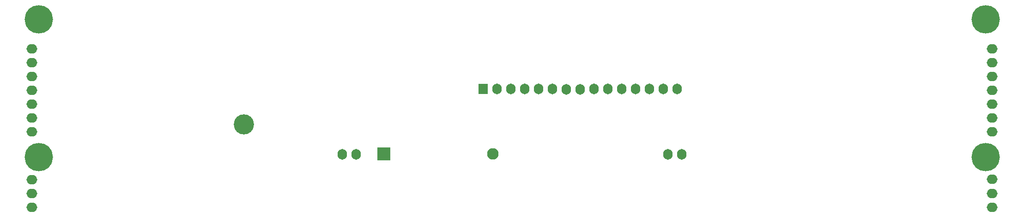
<source format=gbr>
G04 DipTrace 3.1.0.1*
G04 Bottom-Clock-IN12e.BottomMask.gbr*
%MOIN*%
G04 #@! TF.FileFunction,Soldermask,Bot*
G04 #@! TF.Part,Single*
%ADD109C,0.145827*%
%ADD111C,0.204882*%
%ADD119C,0.082835*%
%ADD121R,0.094646X0.094646*%
%ADD123O,0.078031X0.068031*%
%ADD125O,0.068031X0.078031*%
%ADD127R,0.068031X0.073031*%
%ADD129O,0.068031X0.078031*%
%FSLAX26Y26*%
G04*
G70*
G90*
G75*
G01*
G04 BotMask*
%LPD*%
D129*
X3828268Y1338898D3*
X4228268D3*
X4128268D3*
X4028268D3*
X3928268D3*
D127*
X3728268D3*
D125*
X4328268Y1337717D3*
X4428268D3*
X4828268Y1338898D3*
X4728268D3*
D123*
X472756Y1531417D3*
Y1631417D3*
Y1331417D3*
Y1431417D3*
Y1131417D3*
Y1031417D3*
Y1231417D3*
Y684567D3*
Y484567D3*
Y584567D3*
D125*
X2812520Y866457D3*
X2712520D3*
X5162126D3*
X5062126D3*
D123*
X7401890Y1531417D3*
Y1631417D3*
Y1331417D3*
Y1431417D3*
Y1131417D3*
Y1031417D3*
Y1231417D3*
Y684961D3*
Y484567D3*
Y584567D3*
D121*
X3010157Y870394D3*
D119*
X3797559D3*
D125*
X5028268Y1338898D3*
X5128268D3*
X4928268D3*
D111*
X520000Y1842835D3*
Y846772D3*
X7354646Y1842835D3*
Y846772D3*
D109*
X2000315Y1082992D3*
D125*
X4528268Y1338898D3*
X4628268D3*
M02*

</source>
